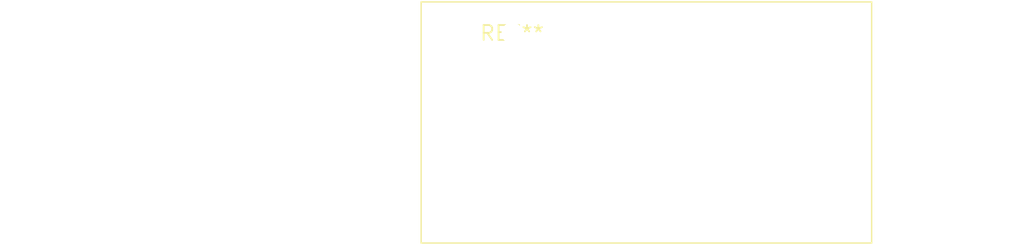
<source format=kicad_pcb>
(kicad_pcb (version 20240108) (generator pcbnew)
  (layers (0 "F.Cu" signal) (31 "B.Cu" signal) (34 "B.Paste" user) (35 "F.Paste" user) (36 "B.SilkS" user "B.Silkscreen") (37 "F.SilkS" user "F.Silkscreen") (38 "B.Mask" user) (39 "F.Mask" user) (44 "Edge.Cuts" user))
  (net 0 "")
  (footprint "L_CommonMode_Toroid_Vertical_L38.1mm_W20.3mm_Px15.24mm_Py22.86mm_Bourns_8100" (layer "F.Cu") (at 0 0)
    (property "Reference" "REF**")
    (property "Value" "L_CommonMode_Toroid_Vertical_L38.1mm_W20.3mm_Px15.24mm_Py22.86mm_Bourns_8100")
    (fp_line (start -7.74 -2.66) (end -7.74 17.9) (layer "F.SilkS") (stroke (width 0.12)))
    (fp_line (start -7.74 -2.66) (end 30.6 -2.66) (layer "F.SilkS") (stroke (width 0.12)))
    (fp_line (start -7.74 17.9) (end 30.6 17.9) (layer "F.SilkS") (stroke (width 0.12)))
    (fp_line (start 30.6 -2.66) (end 30.6 17.9) (layer "F.SilkS") (stroke (width 0.12)))
    (pad "1" thru_hole rect (at 0 0) (size 3.6 3.6) (drill 1.8) (layers *.Cu *.Mask) (remove_unused_layers))
    (pad "2" thru_hole circle (at 0 15.24) (size 3.6 3.6) (drill 1.8) (layers *.Cu *.Mask) (remove_unused_layers))
    (pad "3" thru_hole circle (at 22.86 15.24) (size 3.6 3.6) (drill 1.8) (layers *.Cu *.Mask) (remove_unused_layers))
    (pad "4" thru_hole circle (at 22.86 0) (size 3.6 3.6) (drill 1.8) (layers *.Cu *.Mask) (remove_unused_layers))
  )
)
</source>
